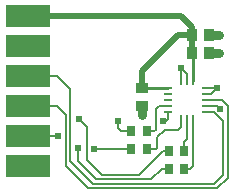
<source format=gtl>
G04 Layer_Physical_Order=1*
G04 Layer_Color=25308*
%FSLAX25Y25*%
%MOIN*%
G70*
G01*
G75*
%ADD10R,0.15000X0.07600*%
%ADD11R,0.03740X0.04134*%
%ADD12O,0.03150X0.00984*%
%ADD13O,0.00984X0.03150*%
%ADD14R,0.04134X0.03740*%
%ADD15R,0.03150X0.03740*%
%ADD16C,0.00600*%
%ADD17C,0.01000*%
%ADD18C,0.02000*%
%ADD19C,0.03000*%
%ADD20C,0.02400*%
D10*
X112500Y447500D02*
D03*
Y457500D02*
D03*
Y467500D02*
D03*
Y477500D02*
D03*
Y437500D02*
D03*
Y427500D02*
D03*
D11*
X167146Y471000D02*
D03*
X172854D02*
D03*
X167146Y465000D02*
D03*
X172854D02*
D03*
D12*
X159201Y453437D02*
D03*
Y451469D02*
D03*
Y449500D02*
D03*
Y447532D02*
D03*
Y445563D02*
D03*
X171799D02*
D03*
Y447532D02*
D03*
Y449500D02*
D03*
Y451469D02*
D03*
Y453437D02*
D03*
D13*
X163531Y443201D02*
D03*
X165500D02*
D03*
X167469D02*
D03*
Y455799D02*
D03*
X165500D02*
D03*
X163531D02*
D03*
D14*
X150500Y453354D02*
D03*
Y447646D02*
D03*
D15*
X164559Y426500D02*
D03*
X159441D02*
D03*
X164559Y432500D02*
D03*
X159441D02*
D03*
X152059Y439000D02*
D03*
X146941D02*
D03*
X152059Y433000D02*
D03*
X146941D02*
D03*
D16*
X157000Y426500D02*
X159441D01*
X153500Y423000D02*
X157000Y426500D01*
X135000Y423000D02*
X153500D01*
X157500Y432500D02*
X159441D01*
X149500Y424500D02*
X157500Y432500D01*
X137000Y424500D02*
X149500D01*
X134500Y433000D02*
X146941D01*
X142500Y440000D02*
Y442500D01*
Y440000D02*
X143500Y439000D01*
X146941D01*
X129000Y429000D02*
Y433500D01*
Y429000D02*
X135000Y423000D01*
X132000Y429500D02*
X137000Y424500D01*
X132000Y429500D02*
Y440500D01*
X129500Y443000D02*
X132000Y440500D01*
X112500Y437500D02*
X122500D01*
X122000Y457500D02*
X126500Y453000D01*
Y429000D02*
Y453000D01*
Y429000D02*
X134000Y421500D01*
X122000Y447500D02*
X125000Y444500D01*
Y427500D02*
Y444500D01*
Y427500D02*
X132500Y420000D01*
X174500Y421500D02*
X177500Y424500D01*
X134000Y421500D02*
X174500D01*
X112500Y457500D02*
X122000D01*
X112500Y447500D02*
X122000D01*
X132500Y420000D02*
X175500D01*
X177500Y424500D02*
Y442500D01*
X179000Y423500D02*
Y447500D01*
X175500Y420000D02*
X179000Y423500D01*
X167469Y427468D02*
Y443201D01*
X166500Y426500D02*
X167469Y427468D01*
X164559Y426500D02*
X166500D01*
X164559Y432500D02*
Y435559D01*
X165500Y436500D01*
Y443201D01*
X152059Y433000D02*
X155000D01*
X155500Y433500D01*
Y437000D01*
X158000Y439500D01*
X162500D01*
X152059Y439000D02*
X154500D01*
X155000Y439500D01*
Y446500D01*
X156032Y447532D01*
X159201D01*
X162500Y439500D02*
X163531Y440531D01*
Y443201D01*
X163500Y455831D02*
Y460000D01*
X165500Y458000D01*
Y455799D02*
Y458000D01*
X171799Y453437D02*
X175437D01*
X173468Y451469D02*
X175437Y453437D01*
X171799Y451469D02*
X173468D01*
X157500Y442500D02*
X158500D01*
X159201Y443201D01*
Y445563D01*
X171799Y449500D02*
X177000D01*
X171799Y447532D02*
X175469D01*
X176500Y446500D01*
X177000Y449500D02*
X179000Y447500D01*
X171799Y445563D02*
X174437D01*
X177500Y442500D01*
D17*
X167469Y455799D02*
Y464677D01*
X151417Y453437D02*
X159201D01*
X151000Y453854D02*
X151417Y453437D01*
D18*
X163500Y477500D02*
X167146Y473854D01*
X150500Y453354D02*
Y459000D01*
X162500Y471000D02*
X167146D01*
Y465000D02*
Y471000D01*
Y473854D01*
X112500Y477500D02*
X163500D01*
X150500Y459000D02*
X162500Y471000D01*
D19*
X172854D02*
X176000D01*
X172854Y465000D02*
X176000D01*
X150500Y444500D02*
Y447646D01*
D20*
X142500Y442500D02*
D03*
X134500Y433000D02*
D03*
X129000Y433500D02*
D03*
X129500Y443000D02*
D03*
X122500Y437500D02*
D03*
X176000Y471000D02*
D03*
Y465000D02*
D03*
X150500Y444500D02*
D03*
X157500Y442500D02*
D03*
X163500Y460000D02*
D03*
X175500Y453500D02*
D03*
X176500Y446500D02*
D03*
M02*

</source>
